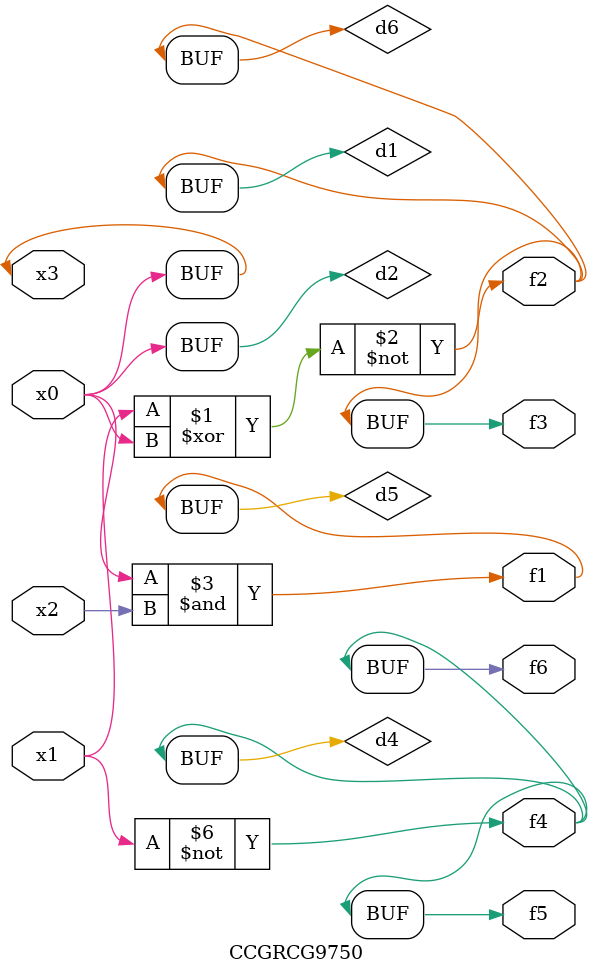
<source format=v>
module CCGRCG9750(
	input x0, x1, x2, x3,
	output f1, f2, f3, f4, f5, f6
);

	wire d1, d2, d3, d4, d5, d6;

	xnor (d1, x1, x3);
	buf (d2, x0, x3);
	nand (d3, x0, x2);
	not (d4, x1);
	nand (d5, d3);
	or (d6, d1);
	assign f1 = d5;
	assign f2 = d6;
	assign f3 = d6;
	assign f4 = d4;
	assign f5 = d4;
	assign f6 = d4;
endmodule

</source>
